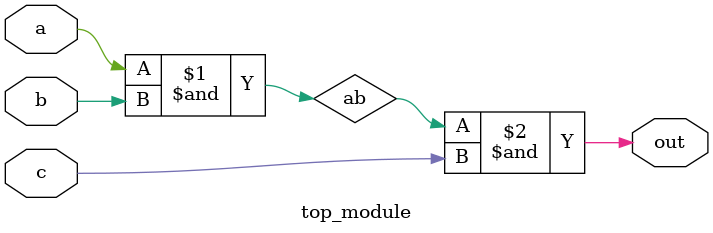
<source format=sv>
module top_module(
    input a, 
    input b,
    input c,
    output out
);

    // Adding a wire to reduce complexity
    wire ab;
    
    assign ab = a & b;
    assign out = ab & c;
    
endmodule

</source>
